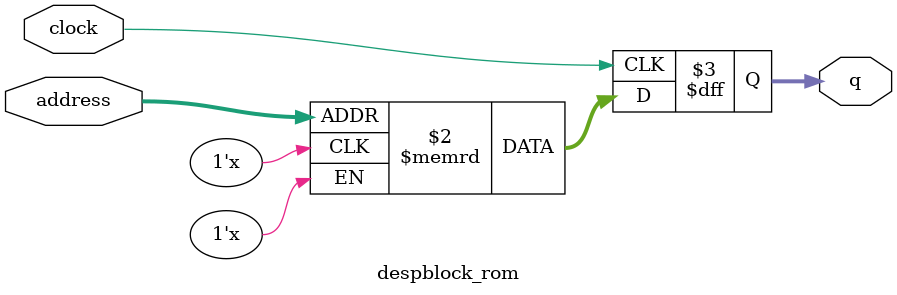
<source format=sv>
module despblock_rom (
	input logic clock,
	input logic [11:0] address,
	output logic [3:0] q
);

logic [3:0] memory [0:4095] /* synthesis ram_init_file = "./despblock/despblock.mif" */;

always_ff @ (posedge clock) begin
	q <= memory[address];
end

endmodule

</source>
